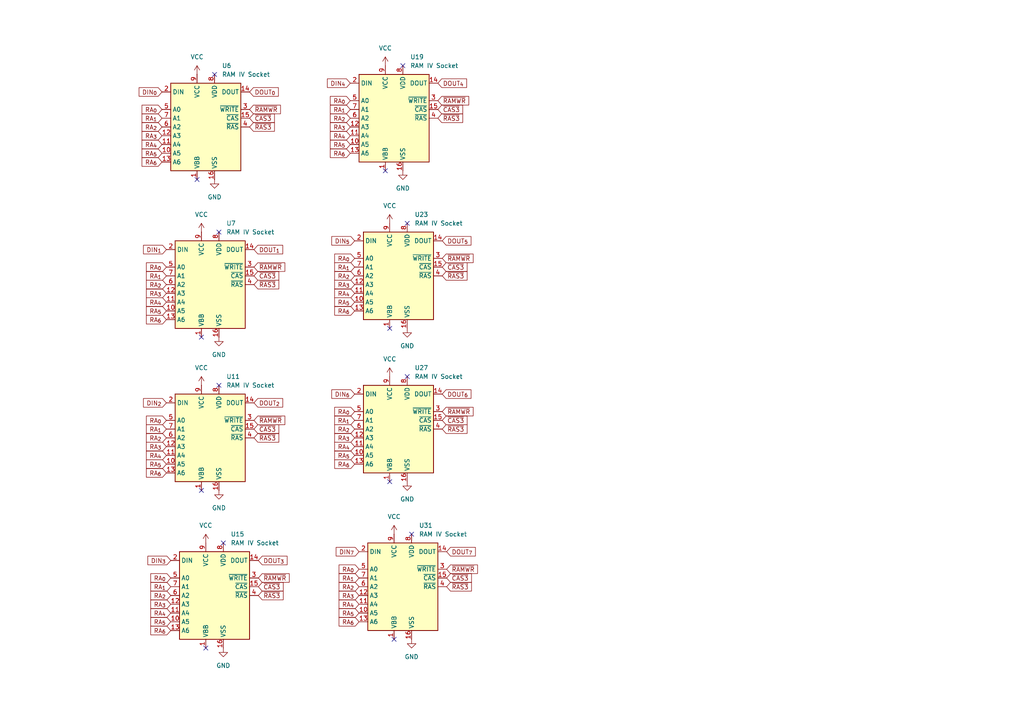
<source format=kicad_sch>
(kicad_sch (version 20250114) (generator "eeschema") (generator_version "9.0")
  (paper "A4")
  (title_block (title "Sharp MZ-80B Bank IV RAM") (date "9/FEB/2026") (rev "A") (company "Brett Hallen") (comment 4 "Redrawn from Service Manual Schematic"))
  (lib_symbols
    (symbol "Memory_RAM:MK4116N"
      (property "Reference" "U" (at -10.16 13.335 0))
      (property "Value" "MK4116N" (at 5.08 13.716 0))
      (symbol "MK4116N_0_0"
        (pin power_in line (at -2.54 15.24 270) (length 2.54) (name "VCC") (number "9"))
        (pin power_in line (at -2.54 -15.24 90) (length 2.54) (name "VBB") (number "1"))
        (pin power_in line (at 2.54 15.24 270) (length 2.54) (name "VDD") (number "8"))
        (pin power_in line (at 2.54 -15.24 90) (length 2.54) (name "VSS") (number "16"))
      )
      (symbol "MK4116N_0_1"
        (rectangle (start -10.16 12.7) (end 10.16 -12.7) (stroke (width 0.254)) (fill (type background)))
      )
      (symbol "MK4116N_1_1"
        (pin input line (at -12.7 10.16 0) (length 2.54) (name "DIN") (number "2"))
        (pin input line (at -12.7 5.08 0) (length 2.54) (name "A0") (number "5"))
        (pin input line (at -12.7 2.54 0) (length 2.54) (name "A1") (number "7"))
        (pin input line (at -12.7 0 0) (length 2.54) (name "A2") (number "6"))
        (pin input line (at -12.7 -2.54 0) (length 2.54) (name "A3") (number "12"))
        (pin input line (at -12.7 -5.08 0) (length 2.54) (name "A4") (number "11"))
        (pin input line (at -12.7 -7.62 0) (length 2.54) (name "A5") (number "10"))
        (pin input line (at -12.7 -10.16 0) (length 2.54) (name "A6") (number "13"))
        (pin tri_state line (at 12.7 10.16 180) (length 2.54) (name "DOUT") (number "14"))
        (pin input line (at 12.7 5.08 180) (length 2.54) (name "~{WRITE}") (number "3"))
        (pin input line (at 12.7 2.54 180) (length 2.54) (name "~{CAS}") (number "15"))
        (pin input line (at 12.7 0 180) (length 2.54) (name "~{RAS}") (number "4"))
      )
    )
    (symbol "power:GND" (power) (pin_numbers (hide yes)) (pin_names (offset 0) (hide yes))
      (property "Value" "GND" (at 0 -3.81 0))
      (symbol "GND_0_1"
        (polyline (pts (xy 0 0) (xy 0 -1.27) (xy 1.27 -1.27) (xy 0 -2.54) (xy -1.27 -1.27) (xy 0 -1.27)))
      )
      (symbol "GND_1_1"
        (pin power_in line (at 0 0 270) (length 0) (name "~") (number "1"))
      )
    )
    (symbol "power:VCC" (power) (pin_numbers (hide yes)) (pin_names (offset 0) (hide yes))
      (property "Value" "VCC" (at 0 3.556 0))
      (symbol "VCC_0_1"
        (polyline (pts (xy -0.762 1.27) (xy 0 2.54)))
        (polyline (pts (xy 0 2.54) (xy 0.762 1.27)))
        (polyline (pts (xy 0 0) (xy 0 2.54)))
      )
      (symbol "VCC_1_1"
        (pin power_in line (at 0 0 90) (length 0) (name "~") (number "1"))
      )
    )
  )
  (no_connect (at 64.77 157.48))
  (no_connect (at 59.69 187.96))
  (no_connect (at 57.15 52.07))
  (no_connect (at 58.42 97.79))
  (no_connect (at 58.42 142.24))
  (no_connect (at 119.38 154.94))
  (no_connect (at 63.5 67.31))
  (no_connect (at 118.11 109.22))
  (no_connect (at 118.11 64.77))
  (no_connect (at 116.84 19.05))
  (no_connect (at 62.23 21.59))
  (no_connect (at 114.3 185.42))
  (no_connect (at 113.03 139.7))
  (no_connect (at 63.5 111.76))
  (no_connect (at 113.03 95.25))
  (no_connect (at 111.76 49.53))
  (global_label "~{RAS3}" (shape input) (at 72.39 36.83 0) (property "Intersheetrefs" "${INTERSHEET_REFS}" (effects (hide yes))))
  (global_label "DOUT_{1}" (shape input) (at 73.66 72.39 0) (property "Intersheetrefs" "${INTERSHEET_REFS}" (effects (hide yes))))
  (global_label "~{CAS3}" (shape input) (at 74.93 170.18 0) (property "Intersheetrefs" "${INTERSHEET_REFS}" (effects (hide yes))))
  (global_label "~{CAS3}" (shape input) (at 129.54 167.64 0) (property "Intersheetrefs" "${INTERSHEET_REFS}" (effects (hide yes))))
  (global_label "~{RAS3}" (shape input) (at 73.66 127 0) (property "Intersheetrefs" "${INTERSHEET_REFS}" (effects (hide yes))))
  (global_label "~{RAS3}" (shape input) (at 129.54 170.18 0) (property "Intersheetrefs" "${INTERSHEET_REFS}" (effects (hide yes))))
  (global_label "~{RAMWR}" (shape input) (at 73.66 121.92 0) (property "Intersheetrefs" "${INTERSHEET_REFS}" (effects (hide yes))))
  (global_label "RA_{4}" (shape input) (at 48.26 132.08 180) (property "Intersheetrefs" "${INTERSHEET_REFS}" (effects (hide yes))))
  (global_label "RA_{3}" (shape input) (at 102.87 82.55 180) (property "Intersheetrefs" "${INTERSHEET_REFS}" (effects (hide yes))))
  (global_label "RA_{2}" (shape input) (at 104.14 170.18 180) (property "Intersheetrefs" "${INTERSHEET_REFS}" (effects (hide yes))))
  (global_label "~{RAMWR}" (shape input) (at 128.27 74.93 0) (property "Intersheetrefs" "${INTERSHEET_REFS}" (effects (hide yes))))
  (global_label "RA_{1}" (shape input) (at 48.26 124.46 180) (property "Intersheetrefs" "${INTERSHEET_REFS}" (effects (hide yes))))
  (global_label "RA_{2}" (shape input) (at 102.87 124.46 180) (property "Intersheetrefs" "${INTERSHEET_REFS}" (effects (hide yes))))
  (global_label "~{RAS3}" (shape input) (at 128.27 124.46 0) (property "Intersheetrefs" "${INTERSHEET_REFS}" (effects (hide yes))))
  (global_label "RA_{4}" (shape input) (at 101.6 39.37 180) (property "Intersheetrefs" "${INTERSHEET_REFS}" (effects (hide yes))))
  (global_label "DIN_{3}" (shape input) (at 49.53 162.56 180) (property "Intersheetrefs" "${INTERSHEET_REFS}" (effects (hide yes))))
  (global_label "RA_{5}" (shape input) (at 48.26 134.62 180) (property "Intersheetrefs" "${INTERSHEET_REFS}" (effects (hide yes))))
  (global_label "DOUT_{7}" (shape input) (at 129.54 160.02 0) (property "Intersheetrefs" "${INTERSHEET_REFS}" (effects (hide yes))))
  (global_label "RA_{1}" (shape input) (at 102.87 77.47 180) (property "Intersheetrefs" "${INTERSHEET_REFS}" (effects (hide yes))))
  (global_label "DIN_{0}" (shape input) (at 46.99 26.67 180) (property "Intersheetrefs" "${INTERSHEET_REFS}" (effects (hide yes))))
  (global_label "RA_{5}" (shape input) (at 101.6 41.91 180) (property "Intersheetrefs" "${INTERSHEET_REFS}" (effects (hide yes))))
  (global_label "DIN_{1}" (shape input) (at 48.26 72.39 180) (property "Intersheetrefs" "${INTERSHEET_REFS}" (effects (hide yes))))
  (global_label "DIN_{2}" (shape input) (at 48.26 116.84 180) (property "Intersheetrefs" "${INTERSHEET_REFS}" (effects (hide yes))))
  (global_label "~{RAMWR}" (shape input) (at 129.54 165.1 0) (property "Intersheetrefs" "${INTERSHEET_REFS}" (effects (hide yes))))
  (global_label "RA_{3}" (shape input) (at 48.26 129.54 180) (property "Intersheetrefs" "${INTERSHEET_REFS}" (effects (hide yes))))
  (global_label "RA_{2}" (shape input) (at 101.6 34.29 180) (property "Intersheetrefs" "${INTERSHEET_REFS}" (effects (hide yes))))
  (global_label "DIN_{5}" (shape input) (at 102.87 69.85 180) (property "Intersheetrefs" "${INTERSHEET_REFS}" (effects (hide yes))))
  (global_label "RA_{5}" (shape input) (at 48.26 90.17 180) (property "Intersheetrefs" "${INTERSHEET_REFS}" (effects (hide yes))))
  (global_label "DIN_{4}" (shape input) (at 101.6 24.13 180) (property "Intersheetrefs" "${INTERSHEET_REFS}" (effects (hide yes))))
  (global_label "RA_{3}" (shape input) (at 49.53 175.26 180) (property "Intersheetrefs" "${INTERSHEET_REFS}" (effects (hide yes))))
  (global_label "~{RAMWR}" (shape input) (at 74.93 167.64 0) (property "Intersheetrefs" "${INTERSHEET_REFS}" (effects (hide yes))))
  (global_label "RA_{4}" (shape input) (at 102.87 129.54 180) (property "Intersheetrefs" "${INTERSHEET_REFS}" (effects (hide yes))))
  (global_label "RA_{1}" (shape input) (at 48.26 80.01 180) (property "Intersheetrefs" "${INTERSHEET_REFS}" (effects (hide yes))))
  (global_label "RA_{0}" (shape input) (at 102.87 74.93 180) (property "Intersheetrefs" "${INTERSHEET_REFS}" (effects (hide yes))))
  (global_label "RA_{0}" (shape input) (at 102.87 119.38 180) (property "Intersheetrefs" "${INTERSHEET_REFS}" (effects (hide yes))))
  (global_label "RA_{1}" (shape input) (at 104.14 167.64 180) (property "Intersheetrefs" "${INTERSHEET_REFS}" (effects (hide yes))))
  (global_label "~{CAS3}" (shape input) (at 127 31.75 0) (property "Intersheetrefs" "${INTERSHEET_REFS}" (effects (hide yes))))
  (global_label "~{CAS3}" (shape input) (at 72.39 34.29 0) (property "Intersheetrefs" "${INTERSHEET_REFS}" (effects (hide yes))))
  (global_label "RA_{2}" (shape input) (at 48.26 82.55 180) (property "Intersheetrefs" "${INTERSHEET_REFS}" (effects (hide yes))))
  (global_label "RA_{6}" (shape input) (at 104.14 180.34 180) (property "Intersheetrefs" "${INTERSHEET_REFS}" (effects (hide yes))))
  (global_label "~{RAMWR}" (shape input) (at 73.66 77.47 0) (property "Intersheetrefs" "${INTERSHEET_REFS}" (effects (hide yes))))
  (global_label "~{RAMWR}" (shape input) (at 127 29.21 0) (property "Intersheetrefs" "${INTERSHEET_REFS}" (effects (hide yes))))
  (global_label "DOUT_{4}" (shape input) (at 127 24.13 0) (property "Intersheetrefs" "${INTERSHEET_REFS}" (effects (hide yes))))
  (global_label "DIN_{6}" (shape input) (at 102.87 114.3 180) (property "Intersheetrefs" "${INTERSHEET_REFS}" (effects (hide yes))))
  (global_label "RA_{6}" (shape input) (at 48.26 92.71 180) (property "Intersheetrefs" "${INTERSHEET_REFS}" (effects (hide yes))))
  (global_label "RA_{1}" (shape input) (at 102.87 121.92 180) (property "Intersheetrefs" "${INTERSHEET_REFS}" (effects (hide yes))))
  (global_label "RA_{6}" (shape input) (at 102.87 134.62 180) (property "Intersheetrefs" "${INTERSHEET_REFS}" (effects (hide yes))))
  (global_label "DIN_{7}" (shape input) (at 104.14 160.02 180) (property "Intersheetrefs" "${INTERSHEET_REFS}" (effects (hide yes))))
  (global_label "RA_{3}" (shape input) (at 102.87 127 180) (property "Intersheetrefs" "${INTERSHEET_REFS}" (effects (hide yes))))
  (global_label "~{RAMWR}" (shape input) (at 72.39 31.75 0) (property "Intersheetrefs" "${INTERSHEET_REFS}" (effects (hide yes))))
  (global_label "RA_{1}" (shape input) (at 101.6 31.75 180) (property "Intersheetrefs" "${INTERSHEET_REFS}" (effects (hide yes))))
  (global_label "RA_{2}" (shape input) (at 46.99 36.83 180) (property "Intersheetrefs" "${INTERSHEET_REFS}" (effects (hide yes))))
  (global_label "RA_{3}" (shape input) (at 46.99 39.37 180) (property "Intersheetrefs" "${INTERSHEET_REFS}" (effects (hide yes))))
  (global_label "~{RAS3}" (shape input) (at 127 34.29 0) (property "Intersheetrefs" "${INTERSHEET_REFS}" (effects (hide yes))))
  (global_label "RA_{4}" (shape input) (at 48.26 87.63 180) (property "Intersheetrefs" "${INTERSHEET_REFS}" (effects (hide yes))))
  (global_label "RA_{5}" (shape input) (at 102.87 132.08 180) (property "Intersheetrefs" "${INTERSHEET_REFS}" (effects (hide yes))))
  (global_label "RA_{0}" (shape input) (at 48.26 121.92 180) (property "Intersheetrefs" "${INTERSHEET_REFS}" (effects (hide yes))))
  (global_label "RA_{6}" (shape input) (at 102.87 90.17 180) (property "Intersheetrefs" "${INTERSHEET_REFS}" (effects (hide yes))))
  (global_label "RA_{0}" (shape input) (at 46.99 31.75 180) (property "Intersheetrefs" "${INTERSHEET_REFS}" (effects (hide yes))))
  (global_label "RA_{3}" (shape input) (at 48.26 85.09 180) (property "Intersheetrefs" "${INTERSHEET_REFS}" (effects (hide yes))))
  (global_label "~{CAS3}" (shape input) (at 128.27 77.47 0) (property "Intersheetrefs" "${INTERSHEET_REFS}" (effects (hide yes))))
  (global_label "RA_{6}" (shape input) (at 46.99 46.99 180) (property "Intersheetrefs" "${INTERSHEET_REFS}" (effects (hide yes))))
  (global_label "RA_{4}" (shape input) (at 49.53 177.8 180) (property "Intersheetrefs" "${INTERSHEET_REFS}" (effects (hide yes))))
  (global_label "DOUT_{6}" (shape input) (at 128.27 114.3 0) (property "Intersheetrefs" "${INTERSHEET_REFS}" (effects (hide yes))))
  (global_label "RA_{6}" (shape input) (at 101.6 44.45 180) (property "Intersheetrefs" "${INTERSHEET_REFS}" (effects (hide yes))))
  (global_label "~{RAS3}" (shape input) (at 128.27 80.01 0) (property "Intersheetrefs" "${INTERSHEET_REFS}" (effects (hide yes))))
  (global_label "RA_{3}" (shape input) (at 101.6 36.83 180) (property "Intersheetrefs" "${INTERSHEET_REFS}" (effects (hide yes))))
  (global_label "RA_{1}" (shape input) (at 46.99 34.29 180) (property "Intersheetrefs" "${INTERSHEET_REFS}" (effects (hide yes))))
  (global_label "RA_{4}" (shape input) (at 102.87 85.09 180) (property "Intersheetrefs" "${INTERSHEET_REFS}" (effects (hide yes))))
  (global_label "DOUT_{3}" (shape input) (at 74.93 162.56 0) (property "Intersheetrefs" "${INTERSHEET_REFS}" (effects (hide yes))))
  (global_label "RA_{5}" (shape input) (at 49.53 180.34 180) (property "Intersheetrefs" "${INTERSHEET_REFS}" (effects (hide yes))))
  (global_label "RA_{5}" (shape input) (at 46.99 44.45 180) (property "Intersheetrefs" "${INTERSHEET_REFS}" (effects (hide yes))))
  (global_label "RA_{2}" (shape input) (at 49.53 172.72 180) (property "Intersheetrefs" "${INTERSHEET_REFS}" (effects (hide yes))))
  (global_label "RA_{0}" (shape input) (at 48.26 77.47 180) (property "Intersheetrefs" "${INTERSHEET_REFS}" (effects (hide yes))))
  (global_label "RA_{1}" (shape input) (at 49.53 170.18 180) (property "Intersheetrefs" "${INTERSHEET_REFS}" (effects (hide yes))))
  (global_label "DOUT_{0}" (shape input) (at 72.39 26.67 0) (property "Intersheetrefs" "${INTERSHEET_REFS}" (effects (hide yes))))
  (global_label "~{CAS3}" (shape input) (at 73.66 124.46 0) (property "Intersheetrefs" "${INTERSHEET_REFS}" (effects (hide yes))))
  (global_label "~{CAS3}" (shape input) (at 73.66 80.01 0) (property "Intersheetrefs" "${INTERSHEET_REFS}" (effects (hide yes))))
  (global_label "RA_{2}" (shape input) (at 102.87 80.01 180) (property "Intersheetrefs" "${INTERSHEET_REFS}" (effects (hide yes))))
  (global_label "RA_{0}" (shape input) (at 104.14 165.1 180) (property "Intersheetrefs" "${INTERSHEET_REFS}" (effects (hide yes))))
  (global_label "~{RAS3}" (shape input) (at 73.66 82.55 0) (property "Intersheetrefs" "${INTERSHEET_REFS}" (effects (hide yes))))
  (global_label "~{RAMWR}" (shape input) (at 128.27 119.38 0) (property "Intersheetrefs" "${INTERSHEET_REFS}" (effects (hide yes))))
  (global_label "RA_{2}" (shape input) (at 48.26 127 180) (property "Intersheetrefs" "${INTERSHEET_REFS}" (effects (hide yes))))
  (global_label "RA_{6}" (shape input) (at 49.53 182.88 180) (property "Intersheetrefs" "${INTERSHEET_REFS}" (effects (hide yes))))
  (global_label "RA_{0}" (shape input) (at 49.53 167.64 180) (property "Intersheetrefs" "${INTERSHEET_REFS}" (effects (hide yes))))
  (global_label "~{RAS3}" (shape input) (at 74.93 172.72 0) (property "Intersheetrefs" "${INTERSHEET_REFS}" (effects (hide yes))))
  (global_label "RA_{4}" (shape input) (at 104.14 175.26 180) (property "Intersheetrefs" "${INTERSHEET_REFS}" (effects (hide yes))))
  (global_label "DOUT_{5}" (shape input) (at 128.27 69.85 0) (property "Intersheetrefs" "${INTERSHEET_REFS}" (effects (hide yes))))
  (global_label "RA_{0}" (shape input) (at 101.6 29.21 180) (property "Intersheetrefs" "${INTERSHEET_REFS}" (effects (hide yes))))
  (global_label "RA_{3}" (shape input) (at 104.14 172.72 180) (property "Intersheetrefs" "${INTERSHEET_REFS}" (effects (hide yes))))
  (global_label "RA_{5}" (shape input) (at 104.14 177.8 180) (property "Intersheetrefs" "${INTERSHEET_REFS}" (effects (hide yes))))
  (global_label "RA_{6}" (shape input) (at 48.26 137.16 180) (property "Intersheetrefs" "${INTERSHEET_REFS}" (effects (hide yes))))
  (global_label "~{CAS3}" (shape input) (at 128.27 121.92 0) (property "Intersheetrefs" "${INTERSHEET_REFS}" (effects (hide yes))))
  (global_label "RA_{5}" (shape input) (at 102.87 87.63 180) (property "Intersheetrefs" "${INTERSHEET_REFS}" (effects (hide yes))))
  (global_label "RA_{4}" (shape input) (at 46.99 41.91 180) (property "Intersheetrefs" "${INTERSHEET_REFS}" (effects (hide yes))))
  (global_label "DOUT_{2}" (shape input) (at 73.66 116.84 0) (property "Intersheetrefs" "${INTERSHEET_REFS}" (effects (hide yes))))
  (symbol (lib_id "Memory_RAM:MK4116N") (at 62.23 172.72 0) (unit 1)
    (property "Reference" "U15" (at 66.9133 154.94 0) (effects (justify left)))
    (property "Value" "RAM IV Socket" (at 66.9133 157.48 0) (effects (justify left)))
    (property "Footprint" "Package_DIP:DIP-16_W7.62mm" (effects (hide yes)))
    (property "Datasheet" "https://deramp.com/downloads/mfe_archive/050-Component%20Specifications/Mostek/1980_Mostek_Memory_Data_Book_and_Designers_Guide.pdf#page=98" (effects (hide yes)))
    (property "Description" "16384 x 1 bit Dynamic RAM, 150/200/250ns access time, VBB -5V, VCC 5V, VDD 12V, ±10% tolerance on all power supplies, TTL compatible inputs, DIP-16 (Epoxy/Plastic package)" (effects (hide yes)))
  )
  (symbol (lib_id "power:GND") (at 63.5 142.24 0) (unit 1)
    (property "Reference" "#PWR027" (effects (hide yes)))
    (property "Value" "GND" (at 63.5 147.32 0))
    (property "Description" "Power symbol creates a global label with name \"GND\" , ground" (effects (hide yes)))
  )
  (symbol (lib_id "power:VCC") (at 114.3 154.94 0) (unit 1)
    (property "Reference" "#PWR063" (effects (hide yes)))
    (property "Value" "VCC" (at 114.3 149.86 0))
    (property "Description" "Power symbol creates a global label with name \"VCC\"" (effects (hide yes)))
  )
  (symbol (lib_id "power:VCC") (at 113.03 109.22 0) (unit 1)
    (property "Reference" "#PWR055" (effects (hide yes)))
    (property "Value" "VCC" (at 113.03 104.14 0))
    (property "Description" "Power symbol creates a global label with name \"VCC\"" (effects (hide yes)))
  )
  (symbol (lib_id "Memory_RAM:MK4116N") (at 116.84 170.18 0) (unit 1)
    (property "Reference" "U31" (at 121.5233 152.4 0) (effects (justify left)))
    (property "Value" "RAM IV Socket" (at 121.5233 154.94 0) (effects (justify left)))
    (property "Footprint" "Package_DIP:DIP-16_W7.62mm" (effects (hide yes)))
    (property "Datasheet" "https://deramp.com/downloads/mfe_archive/050-Component%20Specifications/Mostek/1980_Mostek_Memory_Data_Book_and_Designers_Guide.pdf#page=98" (effects (hide yes)))
    (property "Description" "16384 x 1 bit Dynamic RAM, 150/200/250ns access time, VBB -5V, VCC 5V, VDD 12V, ±10% tolerance on all power supplies, TTL compatible inputs, DIP-16 (Epoxy/Plastic package)" (effects (hide yes)))
  )
  (symbol (lib_id "Memory_RAM:MK4116N") (at 115.57 80.01 0) (unit 1)
    (property "Reference" "U23" (at 120.2533 62.23 0) (effects (justify left)))
    (property "Value" "RAM IV Socket" (at 120.2533 64.77 0) (effects (justify left)))
    (property "Footprint" "Package_DIP:DIP-16_W7.62mm" (effects (hide yes)))
    (property "Datasheet" "https://deramp.com/downloads/mfe_archive/050-Component%20Specifications/Mostek/1980_Mostek_Memory_Data_Book_and_Designers_Guide.pdf#page=98" (effects (hide yes)))
    (property "Description" "16384 x 1 bit Dynamic RAM, 150/200/250ns access time, VBB -5V, VCC 5V, VDD 12V, ±10% tolerance on all power supplies, TTL compatible inputs, DIP-16 (Epoxy/Plastic package)" (effects (hide yes)))
  )
  (symbol (lib_id "power:GND") (at 62.23 52.07 0) (unit 1)
    (property "Reference" "#PWR014" (effects (hide yes)))
    (property "Value" "GND" (at 62.23 57.15 0))
    (property "Description" "Power symbol creates a global label with name \"GND\" , ground" (effects (hide yes)))
  )
  (symbol (lib_id "Memory_RAM:MK4116N") (at 114.3 34.29 0) (unit 1)
    (property "Reference" "U19" (at 118.9833 16.51 0) (effects (justify left)))
    (property "Value" "RAM IV Socket" (at 118.9833 19.05 0) (effects (justify left)))
    (property "Footprint" "Package_DIP:DIP-16_W7.62mm" (effects (hide yes)))
    (property "Datasheet" "https://deramp.com/downloads/mfe_archive/050-Component%20Specifications/Mostek/1980_Mostek_Memory_Data_Book_and_Designers_Guide.pdf#page=98" (effects (hide yes)))
    (property "Description" "16384 x 1 bit Dynamic RAM, 150/200/250ns access time, VBB -5V, VCC 5V, VDD 12V, ±10% tolerance on all power supplies, TTL compatible inputs, DIP-16 (Epoxy/Plastic package)" (effects (hide yes)))
  )
  (symbol (lib_id "power:GND") (at 118.11 139.7 0) (unit 1)
    (property "Reference" "#PWR059" (effects (hide yes)))
    (property "Value" "GND" (at 118.11 144.78 0))
    (property "Description" "Power symbol creates a global label with name \"GND\" , ground" (effects (hide yes)))
  )
  (symbol (lib_id "power:VCC") (at 58.42 111.76 0) (unit 1)
    (property "Reference" "#PWR023" (effects (hide yes)))
    (property "Value" "VCC" (at 58.42 106.68 0))
    (property "Description" "Power symbol creates a global label with name \"VCC\"" (effects (hide yes)))
  )
  (symbol (lib_id "power:GND") (at 63.5 97.79 0) (unit 1)
    (property "Reference" "#PWR019" (effects (hide yes)))
    (property "Value" "GND" (at 63.5 102.87 0))
    (property "Description" "Power symbol creates a global label with name \"GND\" , ground" (effects (hide yes)))
  )
  (symbol (lib_id "power:VCC") (at 59.69 157.48 0) (unit 1)
    (property "Reference" "#PWR031" (effects (hide yes)))
    (property "Value" "VCC" (at 59.69 152.4 0))
    (property "Description" "Power symbol creates a global label with name \"VCC\"" (effects (hide yes)))
  )
  (symbol (lib_id "power:GND") (at 119.38 185.42 0) (unit 1)
    (property "Reference" "#PWR067" (effects (hide yes)))
    (property "Value" "GND" (at 119.38 190.5 0))
    (property "Description" "Power symbol creates a global label with name \"GND\" , ground" (effects (hide yes)))
  )
  (symbol (lib_id "Memory_RAM:MK4116N") (at 59.69 36.83 0) (unit 1)
    (property "Reference" "U6" (at 64.3733 19.05 0) (effects (justify left)))
    (property "Value" "RAM IV Socket" (at 64.3733 21.59 0) (effects (justify left)))
    (property "Footprint" "Package_DIP:DIP-16_W7.62mm" (effects (hide yes)))
    (property "Datasheet" "https://deramp.com/downloads/mfe_archive/050-Component%20Specifications/Mostek/1980_Mostek_Memory_Data_Book_and_Designers_Guide.pdf#page=98" (effects (hide yes)))
    (property "Description" "16384 x 1 bit Dynamic RAM, 150/200/250ns access time, VBB -5V, VCC 5V, VDD 12V, ±10% tolerance on all power supplies, TTL compatible inputs, DIP-16 (Epoxy/Plastic package)" (effects (hide yes)))
  )
  (symbol (lib_id "Memory_RAM:MK4116N") (at 60.96 82.55 0) (unit 1)
    (property "Reference" "U7" (at 65.6433 64.77 0) (effects (justify left)))
    (property "Value" "RAM IV Socket" (at 65.6433 67.31 0) (effects (justify left)))
    (property "Footprint" "Package_DIP:DIP-16_W7.62mm" (effects (hide yes)))
    (property "Datasheet" "https://deramp.com/downloads/mfe_archive/050-Component%20Specifications/Mostek/1980_Mostek_Memory_Data_Book_and_Designers_Guide.pdf#page=98" (effects (hide yes)))
    (property "Description" "16384 x 1 bit Dynamic RAM, 150/200/250ns access time, VBB -5V, VCC 5V, VDD 12V, ±10% tolerance on all power supplies, TTL compatible inputs, DIP-16 (Epoxy/Plastic package)" (effects (hide yes)))
  )
  (symbol (lib_id "power:VCC") (at 58.42 67.31 0) (unit 1)
    (property "Reference" "#PWR015" (effects (hide yes)))
    (property "Value" "VCC" (at 58.42 62.23 0))
    (property "Description" "Power symbol creates a global label with name \"VCC\"" (effects (hide yes)))
  )
  (symbol (lib_id "power:GND") (at 64.77 187.96 0) (unit 1)
    (property "Reference" "#PWR035" (effects (hide yes)))
    (property "Value" "GND" (at 64.77 193.04 0))
    (property "Description" "Power symbol creates a global label with name \"GND\" , ground" (effects (hide yes)))
  )
  (symbol (lib_id "power:GND") (at 116.84 49.53 0) (unit 1)
    (property "Reference" "#PWR043" (effects (hide yes)))
    (property "Value" "GND" (at 116.84 54.61 0))
    (property "Description" "Power symbol creates a global label with name \"GND\" , ground" (effects (hide yes)))
  )
  (symbol (lib_id "Memory_RAM:MK4116N") (at 115.57 124.46 0) (unit 1)
    (property "Reference" "U27" (at 120.2533 106.68 0) (effects (justify left)))
    (property "Value" "RAM IV Socket" (at 120.2533 109.22 0) (effects (justify left)))
    (property "Footprint" "Package_DIP:DIP-16_W7.62mm" (effects (hide yes)))
    (property "Datasheet" "https://deramp.com/downloads/mfe_archive/050-Component%20Specifications/Mostek/1980_Mostek_Memory_Data_Book_and_Designers_Guide.pdf#page=98" (effects (hide yes)))
    (property "Description" "16384 x 1 bit Dynamic RAM, 150/200/250ns access time, VBB -5V, VCC 5V, VDD 12V, ±10% tolerance on all power supplies, TTL compatible inputs, DIP-16 (Epoxy/Plastic package)" (effects (hide yes)))
  )
  (symbol (lib_id "power:GND") (at 118.11 95.25 0) (unit 1)
    (property "Reference" "#PWR051" (effects (hide yes)))
    (property "Value" "GND" (at 118.11 100.33 0))
    (property "Description" "Power symbol creates a global label with name \"GND\" , ground" (effects (hide yes)))
  )
  (symbol (lib_id "Memory_RAM:MK4116N") (at 60.96 127 0) (unit 1)
    (property "Reference" "U11" (at 65.6433 109.22 0) (effects (justify left)))
    (property "Value" "RAM IV Socket" (at 65.6433 111.76 0) (effects (justify left)))
    (property "Footprint" "Package_DIP:DIP-16_W7.62mm" (effects (hide yes)))
    (property "Datasheet" "https://deramp.com/downloads/mfe_archive/050-Component%20Specifications/Mostek/1980_Mostek_Memory_Data_Book_and_Designers_Guide.pdf#page=98" (effects (hide yes)))
    (property "Description" "16384 x 1 bit Dynamic RAM, 150/200/250ns access time, VBB -5V, VCC 5V, VDD 12V, ±10% tolerance on all power supplies, TTL compatible inputs, DIP-16 (Epoxy/Plastic package)" (effects (hide yes)))
  )
  (symbol (lib_id "power:VCC") (at 57.15 21.59 0) (unit 1)
    (property "Reference" "#PWR013" (effects (hide yes)))
    (property "Value" "VCC" (at 57.15 16.51 0))
    (property "Description" "Power symbol creates a global label with name \"VCC\"" (effects (hide yes)))
  )
  (symbol (lib_id "power:VCC") (at 111.76 19.05 0) (unit 1)
    (property "Reference" "#PWR039" (effects (hide yes)))
    (property "Value" "VCC" (at 111.76 13.97 0))
    (property "Description" "Power symbol creates a global label with name \"VCC\"" (effects (hide yes)))
  )
  (symbol (lib_id "power:VCC") (at 113.03 64.77 0) (unit 1)
    (property "Reference" "#PWR047" (effects (hide yes)))
    (property "Value" "VCC" (at 113.03 59.69 0))
    (property "Description" "Power symbol creates a global label with name \"VCC\"" (effects (hide yes)))
  )
)
</source>
